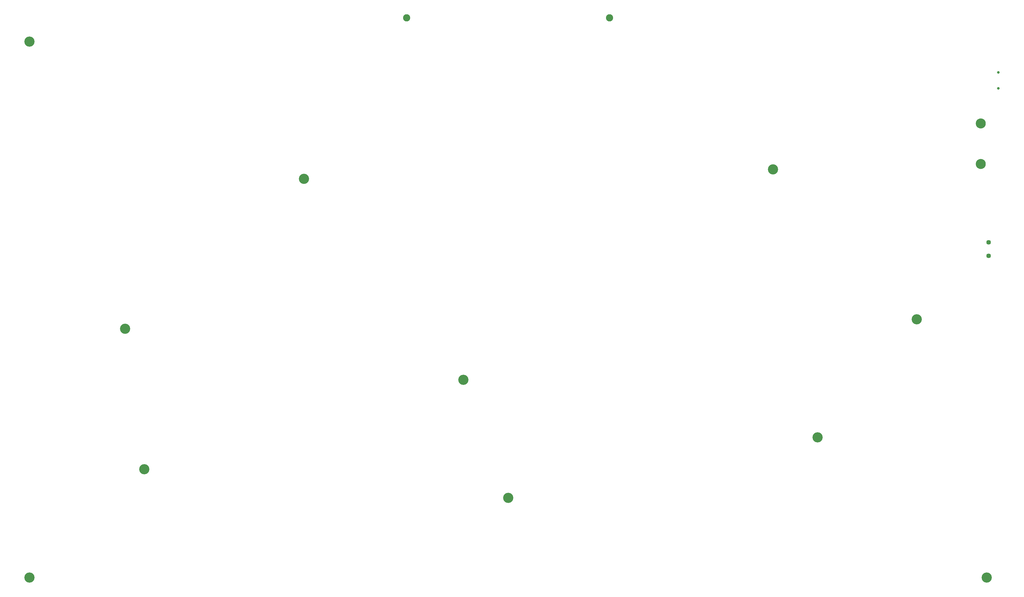
<source format=gbr>
%TF.GenerationSoftware,Altium Limited,Altium Designer,22.6.1 (34)*%
G04 Layer_Color=0*
%FSLAX26Y26*%
%MOIN*%
%TF.SameCoordinates,08F94D22-2ED8-4738-ABBF-34BB79D8E07D*%
%TF.FilePolarity,Positive*%
%TF.FileFunction,NonPlated,1,12,NPTH,Drill*%
%TF.Part,Single*%
G01*
G75*
%TA.AperFunction,ComponentDrill*%
%ADD397C,0.031496*%
%ADD398C,0.089000*%
%ADD399C,0.057087*%
%ADD400C,0.126000*%
%ADD401C,0.124016*%
D397*
X12297165Y6678425D02*
D03*
Y6481575D02*
D03*
D398*
X7502000Y7352000D02*
D03*
X4998000D02*
D03*
D399*
X12175748Y4417323D02*
D03*
Y4582677D02*
D03*
D400*
X344488Y7058268D02*
D03*
Y444094D02*
D03*
X9517717Y5483465D02*
D03*
X3730315Y5365354D02*
D03*
X11289370Y3633071D02*
D03*
X5698819Y2885039D02*
D03*
X1525591Y3514961D02*
D03*
X10068898Y2176378D02*
D03*
X6250000Y1428347D02*
D03*
X1761811Y1782677D02*
D03*
X12155512Y444094D02*
D03*
D401*
X12081260Y5550000D02*
D03*
Y6050000D02*
D03*
%TF.MD5,28158a05fe95266905fa5b784ad84a75*%
M02*

</source>
